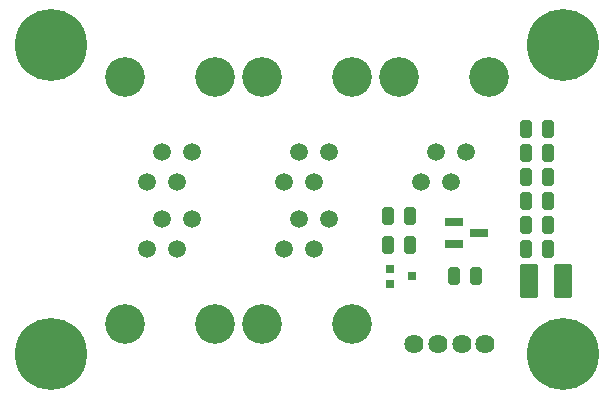
<source format=gts>
G04 #@! TF.GenerationSoftware,KiCad,Pcbnew,6.0.5-a6ca702e91~116~ubuntu20.04.1*
G04 #@! TF.CreationDate,2022-05-16T19:37:38+02:00*
G04 #@! TF.ProjectId,1w-grove-v0.1,31772d67-726f-4766-952d-76302e312e6b,rev?*
G04 #@! TF.SameCoordinates,Original*
G04 #@! TF.FileFunction,Soldermask,Top*
G04 #@! TF.FilePolarity,Negative*
%FSLAX46Y46*%
G04 Gerber Fmt 4.6, Leading zero omitted, Abs format (unit mm)*
G04 Created by KiCad (PCBNEW 6.0.5-a6ca702e91~116~ubuntu20.04.1) date 2022-05-16 19:37:38*
%MOMM*%
%LPD*%
G01*
G04 APERTURE LIST*
G04 Aperture macros list*
%AMRoundRect*
0 Rectangle with rounded corners*
0 $1 Rounding radius*
0 $2 $3 $4 $5 $6 $7 $8 $9 X,Y pos of 4 corners*
0 Add a 4 corners polygon primitive as box body*
4,1,4,$2,$3,$4,$5,$6,$7,$8,$9,$2,$3,0*
0 Add four circle primitives for the rounded corners*
1,1,$1+$1,$2,$3*
1,1,$1+$1,$4,$5*
1,1,$1+$1,$6,$7*
1,1,$1+$1,$8,$9*
0 Add four rect primitives between the rounded corners*
20,1,$1+$1,$2,$3,$4,$5,0*
20,1,$1+$1,$4,$5,$6,$7,0*
20,1,$1+$1,$6,$7,$8,$9,0*
20,1,$1+$1,$8,$9,$2,$3,0*%
G04 Aperture macros list end*
%ADD10C,6.102000*%
%ADD11RoundRect,0.294750X0.243750X0.456250X-0.243750X0.456250X-0.243750X-0.456250X0.243750X-0.456250X0*%
%ADD12RoundRect,0.294750X-0.243750X-0.456250X0.243750X-0.456250X0.243750X0.456250X-0.243750X0.456250X0*%
%ADD13RoundRect,0.051000X-0.275000X-0.300000X0.275000X-0.300000X0.275000X0.300000X-0.275000X0.300000X0*%
%ADD14RoundRect,0.070000X-0.650000X-0.300000X0.650000X-0.300000X0.650000X0.300000X-0.650000X0.300000X0*%
%ADD15C,3.353200*%
%ADD16C,1.499000*%
%ADD17RoundRect,0.051000X-0.685000X-1.360000X0.685000X-1.360000X0.685000X1.360000X-0.685000X1.360000X0*%
%ADD18C,1.626000*%
G04 APERTURE END LIST*
D10*
X53300000Y-53300000D03*
X53300000Y-79502000D03*
X96700000Y-53300000D03*
X96700000Y-79500000D03*
D11*
X95425500Y-62484000D03*
X93550500Y-62484000D03*
D12*
X93550500Y-68580000D03*
X95425500Y-68580000D03*
D13*
X82006000Y-72248000D03*
X82006000Y-73548000D03*
X83856000Y-72898000D03*
D14*
X87469000Y-68265000D03*
X87469000Y-70165000D03*
X89569000Y-69215000D03*
D12*
X81866500Y-70231000D03*
X83741500Y-70231000D03*
X87454500Y-72898000D03*
X89329500Y-72898000D03*
X93550500Y-66548000D03*
X95425500Y-66548000D03*
X93550500Y-64516000D03*
X95425500Y-64516000D03*
D11*
X95425500Y-60452000D03*
X93550500Y-60452000D03*
X83741500Y-67818000D03*
X81866500Y-67818000D03*
D15*
X78810000Y-56007000D03*
X71190000Y-56007000D03*
D16*
X76905000Y-62357000D03*
X75635000Y-64897000D03*
X74365000Y-62357000D03*
X73095000Y-64897000D03*
D15*
X90410000Y-56007000D03*
X82790000Y-56007000D03*
D16*
X88505000Y-62357000D03*
X87235000Y-64897000D03*
X85965000Y-62357000D03*
X84695000Y-64897000D03*
D15*
X67210000Y-76963000D03*
X59590000Y-76963000D03*
D16*
X61495000Y-70613000D03*
X62765000Y-68073000D03*
X64035000Y-70613000D03*
X65305000Y-68073000D03*
D17*
X93829000Y-73279000D03*
X96671000Y-73279000D03*
D15*
X67210000Y-56007000D03*
X59590000Y-56007000D03*
D16*
X65305000Y-62357000D03*
X64035000Y-64897000D03*
X62765000Y-62357000D03*
X61495000Y-64897000D03*
D18*
X84097000Y-78619000D03*
X86097000Y-78619000D03*
X88097000Y-78619000D03*
X90097000Y-78619000D03*
D11*
X95425500Y-70612000D03*
X93550500Y-70612000D03*
D15*
X71190000Y-76963000D03*
X78810000Y-76963000D03*
D16*
X73095000Y-70613000D03*
X74365000Y-68073000D03*
X75635000Y-70613000D03*
X76905000Y-68073000D03*
M02*

</source>
